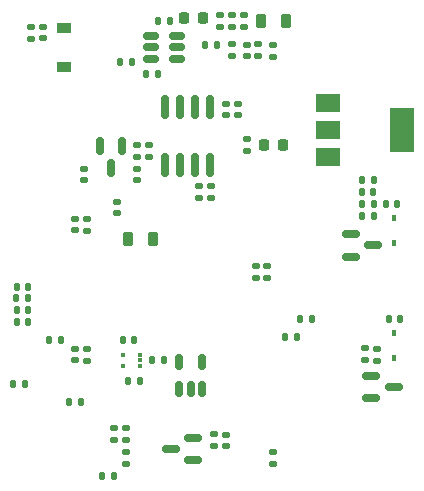
<source format=gbr>
%TF.GenerationSoftware,KiCad,Pcbnew,(6.0.7)*%
%TF.CreationDate,2022-09-21T18:10:42+02:00*%
%TF.ProjectId,CANpaca-EB-schematics,43414e70-6163-4612-9d45-422d73636865,rev?*%
%TF.SameCoordinates,Original*%
%TF.FileFunction,Paste,Bot*%
%TF.FilePolarity,Positive*%
%FSLAX46Y46*%
G04 Gerber Fmt 4.6, Leading zero omitted, Abs format (unit mm)*
G04 Created by KiCad (PCBNEW (6.0.7)) date 2022-09-21 18:10:42*
%MOMM*%
%LPD*%
G01*
G04 APERTURE LIST*
G04 Aperture macros list*
%AMRoundRect*
0 Rectangle with rounded corners*
0 $1 Rounding radius*
0 $2 $3 $4 $5 $6 $7 $8 $9 X,Y pos of 4 corners*
0 Add a 4 corners polygon primitive as box body*
4,1,4,$2,$3,$4,$5,$6,$7,$8,$9,$2,$3,0*
0 Add four circle primitives for the rounded corners*
1,1,$1+$1,$2,$3*
1,1,$1+$1,$4,$5*
1,1,$1+$1,$6,$7*
1,1,$1+$1,$8,$9*
0 Add four rect primitives between the rounded corners*
20,1,$1+$1,$2,$3,$4,$5,0*
20,1,$1+$1,$4,$5,$6,$7,0*
20,1,$1+$1,$6,$7,$8,$9,0*
20,1,$1+$1,$8,$9,$2,$3,0*%
G04 Aperture macros list end*
%ADD10RoundRect,0.140000X0.170000X-0.140000X0.170000X0.140000X-0.170000X0.140000X-0.170000X-0.140000X0*%
%ADD11RoundRect,0.140000X-0.140000X-0.170000X0.140000X-0.170000X0.140000X0.170000X-0.140000X0.170000X0*%
%ADD12RoundRect,0.135000X-0.135000X-0.185000X0.135000X-0.185000X0.135000X0.185000X-0.135000X0.185000X0*%
%ADD13RoundRect,0.140000X-0.170000X0.140000X-0.170000X-0.140000X0.170000X-0.140000X0.170000X0.140000X0*%
%ADD14RoundRect,0.135000X0.185000X-0.135000X0.185000X0.135000X-0.185000X0.135000X-0.185000X-0.135000X0*%
%ADD15RoundRect,0.218750X-0.218750X-0.381250X0.218750X-0.381250X0.218750X0.381250X-0.218750X0.381250X0*%
%ADD16R,0.450000X0.600000*%
%ADD17RoundRect,0.135000X0.135000X0.185000X-0.135000X0.185000X-0.135000X-0.185000X0.135000X-0.185000X0*%
%ADD18R,2.000000X1.500000*%
%ADD19R,2.000000X3.800000*%
%ADD20RoundRect,0.135000X-0.185000X0.135000X-0.185000X-0.135000X0.185000X-0.135000X0.185000X0.135000X0*%
%ADD21R,0.450000X0.300000*%
%ADD22RoundRect,0.218750X-0.218750X-0.256250X0.218750X-0.256250X0.218750X0.256250X-0.218750X0.256250X0*%
%ADD23RoundRect,0.150000X0.512500X0.150000X-0.512500X0.150000X-0.512500X-0.150000X0.512500X-0.150000X0*%
%ADD24RoundRect,0.150000X0.587500X0.150000X-0.587500X0.150000X-0.587500X-0.150000X0.587500X-0.150000X0*%
%ADD25RoundRect,0.218750X0.218750X0.381250X-0.218750X0.381250X-0.218750X-0.381250X0.218750X-0.381250X0*%
%ADD26RoundRect,0.140000X0.140000X0.170000X-0.140000X0.170000X-0.140000X-0.170000X0.140000X-0.170000X0*%
%ADD27RoundRect,0.150000X-0.150000X0.587500X-0.150000X-0.587500X0.150000X-0.587500X0.150000X0.587500X0*%
%ADD28R,1.200000X0.900000*%
%ADD29RoundRect,0.150000X-0.587500X-0.150000X0.587500X-0.150000X0.587500X0.150000X-0.587500X0.150000X0*%
%ADD30RoundRect,0.150000X0.150000X-0.825000X0.150000X0.825000X-0.150000X0.825000X-0.150000X-0.825000X0*%
%ADD31RoundRect,0.150000X0.150000X-0.512500X0.150000X0.512500X-0.150000X0.512500X-0.150000X-0.512500X0*%
G04 APERTURE END LIST*
D10*
%TO.C,C32*%
X98750000Y-38480000D03*
X98750000Y-37520000D03*
%TD*%
D11*
%TO.C,C31*%
X108520000Y-50000000D03*
X109480000Y-50000000D03*
%TD*%
D12*
%TO.C,R5*%
X108490000Y-51000000D03*
X109510000Y-51000000D03*
%TD*%
D13*
%TO.C,C2*%
X89500000Y-46020000D03*
X89500000Y-46980000D03*
%TD*%
D11*
%TO.C,C25*%
X91270000Y-35500000D03*
X92230000Y-35500000D03*
%TD*%
D14*
%TO.C,R37*%
X87500000Y-71010000D03*
X87500000Y-69990000D03*
%TD*%
D15*
%TO.C,L2*%
X99937500Y-35500000D03*
X102062500Y-35500000D03*
%TD*%
D16*
%TO.C,D1*%
X111250000Y-61950000D03*
X111250000Y-64050000D03*
%TD*%
D10*
%TO.C,C4*%
X85000000Y-48960000D03*
X85000000Y-48000000D03*
%TD*%
%TO.C,C43*%
X99500000Y-57230000D03*
X99500000Y-56270000D03*
%TD*%
D11*
%TO.C,C33*%
X108540000Y-49000000D03*
X109500000Y-49000000D03*
%TD*%
D17*
%TO.C,R20*%
X96260000Y-37500000D03*
X95240000Y-37500000D03*
%TD*%
D13*
%TO.C,C3*%
X89500000Y-48000000D03*
X89500000Y-48960000D03*
%TD*%
D14*
%TO.C,R38*%
X88500000Y-71010000D03*
X88500000Y-69990000D03*
%TD*%
D10*
%TO.C,C21*%
X80500000Y-37000000D03*
X80500000Y-36040000D03*
%TD*%
D18*
%TO.C,U5*%
X105600000Y-47050000D03*
D19*
X111900000Y-44750000D03*
D18*
X105600000Y-44750000D03*
X105600000Y-42450000D03*
%TD*%
D20*
%TO.C,R12*%
X85250000Y-52240000D03*
X85250000Y-53260000D03*
%TD*%
D21*
%TO.C,U2*%
X89700000Y-63750000D03*
X89700000Y-64250000D03*
X89700000Y-64750000D03*
X88300000Y-64750000D03*
X88300000Y-63750000D03*
%TD*%
D22*
%TO.C,L1*%
X93462500Y-35250000D03*
X95037500Y-35250000D03*
%TD*%
D23*
%TO.C,U4*%
X92887500Y-36800000D03*
X92887500Y-37750000D03*
X92887500Y-38700000D03*
X90612500Y-38700000D03*
X90612500Y-37750000D03*
X90612500Y-36800000D03*
%TD*%
D20*
%TO.C,R1*%
X108750000Y-63230000D03*
X108750000Y-64250000D03*
%TD*%
D22*
%TO.C,L4*%
X100212500Y-46000000D03*
X101787500Y-46000000D03*
%TD*%
D10*
%TO.C,C30*%
X98500000Y-36000000D03*
X98500000Y-35040000D03*
%TD*%
D17*
%TO.C,R14*%
X89010000Y-39000000D03*
X87990000Y-39000000D03*
%TD*%
D11*
%TO.C,C7*%
X79270000Y-61000000D03*
X80230000Y-61000000D03*
%TD*%
D24*
%TO.C,D7*%
X94187500Y-70800000D03*
X94187500Y-72700000D03*
X92312500Y-71750000D03*
%TD*%
D12*
%TO.C,R4*%
X101990000Y-62250000D03*
X103010000Y-62250000D03*
%TD*%
D13*
%TO.C,C27*%
X97000000Y-42520000D03*
X97000000Y-43480000D03*
%TD*%
D14*
%TO.C,R36*%
X88500000Y-73010000D03*
X88500000Y-71990000D03*
%TD*%
D25*
%TO.C,L3*%
X90812500Y-53980000D03*
X88687500Y-53980000D03*
%TD*%
D26*
%TO.C,C5*%
X111730000Y-60750000D03*
X110770000Y-60750000D03*
%TD*%
D27*
%TO.C,D2*%
X86300000Y-46062500D03*
X88200000Y-46062500D03*
X87250000Y-47937500D03*
%TD*%
D14*
%TO.C,R19*%
X99750000Y-38510000D03*
X99750000Y-37490000D03*
%TD*%
D11*
%TO.C,C51*%
X103290000Y-60750000D03*
X104250000Y-60750000D03*
%TD*%
D14*
%TO.C,R17*%
X97500000Y-38510000D03*
X97500000Y-37490000D03*
%TD*%
D16*
%TO.C,D3*%
X111250000Y-52200000D03*
X111250000Y-54300000D03*
%TD*%
D20*
%TO.C,R3*%
X90500000Y-45990000D03*
X90500000Y-47010000D03*
%TD*%
D13*
%TO.C,C1*%
X87750000Y-50790000D03*
X87750000Y-51750000D03*
%TD*%
D10*
%TO.C,C36*%
X100500000Y-57250000D03*
X100500000Y-56290000D03*
%TD*%
D28*
%TO.C,D4*%
X83250000Y-36100000D03*
X83250000Y-39400000D03*
%TD*%
D29*
%TO.C,Q1*%
X109312500Y-67450000D03*
X109312500Y-65550000D03*
X111187500Y-66500000D03*
%TD*%
D12*
%TO.C,R10*%
X83730000Y-67750000D03*
X84750000Y-67750000D03*
%TD*%
D11*
%TO.C,C10*%
X79270000Y-60000000D03*
X80230000Y-60000000D03*
%TD*%
D20*
%TO.C,R13*%
X101000000Y-37500000D03*
X101000000Y-38520000D03*
%TD*%
D26*
%TO.C,C14*%
X83000000Y-62500000D03*
X82040000Y-62500000D03*
%TD*%
D14*
%TO.C,R16*%
X95750000Y-50510000D03*
X95750000Y-49490000D03*
%TD*%
%TO.C,R2*%
X109750000Y-64260000D03*
X109750000Y-63240000D03*
%TD*%
D17*
%TO.C,R9*%
X89760000Y-66000000D03*
X88740000Y-66000000D03*
%TD*%
D26*
%TO.C,C11*%
X80230000Y-58000000D03*
X79270000Y-58000000D03*
%TD*%
D13*
%TO.C,C16*%
X84250000Y-63270000D03*
X84250000Y-64230000D03*
%TD*%
D30*
%TO.C,U6*%
X95655000Y-47725000D03*
X94385000Y-47725000D03*
X93115000Y-47725000D03*
X91845000Y-47725000D03*
X91845000Y-42775000D03*
X93115000Y-42775000D03*
X94385000Y-42775000D03*
X95655000Y-42775000D03*
%TD*%
D11*
%TO.C,C23*%
X90250000Y-40000000D03*
X91210000Y-40000000D03*
%TD*%
D10*
%TO.C,C28*%
X97500000Y-36000000D03*
X97500000Y-35040000D03*
%TD*%
D26*
%TO.C,C18*%
X87480000Y-74000000D03*
X86520000Y-74000000D03*
%TD*%
D10*
%TO.C,C26*%
X96500000Y-35980000D03*
X96500000Y-35020000D03*
%TD*%
%TO.C,C29*%
X98000000Y-43480000D03*
X98000000Y-42520000D03*
%TD*%
D14*
%TO.C,R11*%
X85250000Y-64260000D03*
X85250000Y-63240000D03*
%TD*%
D11*
%TO.C,C15*%
X110540000Y-51000000D03*
X111500000Y-51000000D03*
%TD*%
D17*
%TO.C,R8*%
X80260000Y-59000000D03*
X79240000Y-59000000D03*
%TD*%
D10*
%TO.C,C17*%
X84250000Y-53230000D03*
X84250000Y-52270000D03*
%TD*%
D14*
%TO.C,R15*%
X94750000Y-50510000D03*
X94750000Y-49490000D03*
%TD*%
D20*
%TO.C,R33*%
X96000000Y-70490000D03*
X96000000Y-71510000D03*
%TD*%
D17*
%TO.C,R7*%
X91760000Y-64250000D03*
X90740000Y-64250000D03*
%TD*%
D13*
%TO.C,C37*%
X98750000Y-45520000D03*
X98750000Y-46480000D03*
%TD*%
D14*
%TO.C,R30*%
X101000000Y-73010000D03*
X101000000Y-71990000D03*
%TD*%
D13*
%TO.C,C52*%
X97000000Y-70520000D03*
X97000000Y-71480000D03*
%TD*%
D26*
%TO.C,C50*%
X79960000Y-66250000D03*
X79000000Y-66250000D03*
%TD*%
D31*
%TO.C,U9*%
X94950000Y-66637500D03*
X94000000Y-66637500D03*
X93050000Y-66637500D03*
X93050000Y-64362500D03*
X94950000Y-64362500D03*
%TD*%
D10*
%TO.C,C19*%
X81500000Y-36980000D03*
X81500000Y-36020000D03*
%TD*%
D17*
%TO.C,R6*%
X109510000Y-52000000D03*
X108490000Y-52000000D03*
%TD*%
D26*
%TO.C,C9*%
X89210000Y-62500000D03*
X88250000Y-62500000D03*
%TD*%
D29*
%TO.C,Q2*%
X107562500Y-55450000D03*
X107562500Y-53550000D03*
X109437500Y-54500000D03*
%TD*%
M02*

</source>
